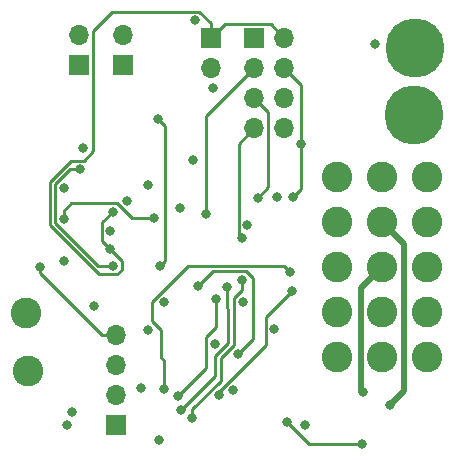
<source format=gbl>
%TF.GenerationSoftware,KiCad,Pcbnew,(5.1.6-0-10_14)*%
%TF.CreationDate,2022-07-06T22:32:54-05:00*%
%TF.ProjectId,small_led_driver_v2,736d616c-6c5f-46c6-9564-5f6472697665,rev?*%
%TF.SameCoordinates,Original*%
%TF.FileFunction,Copper,L4,Bot*%
%TF.FilePolarity,Positive*%
%FSLAX46Y46*%
G04 Gerber Fmt 4.6, Leading zero omitted, Abs format (unit mm)*
G04 Created by KiCad (PCBNEW (5.1.6-0-10_14)) date 2022-07-06 22:32:54*
%MOMM*%
%LPD*%
G01*
G04 APERTURE LIST*
%TA.AperFunction,ComponentPad*%
%ADD10C,2.600000*%
%TD*%
%TA.AperFunction,ComponentPad*%
%ADD11O,1.700000X1.700000*%
%TD*%
%TA.AperFunction,ComponentPad*%
%ADD12R,1.700000X1.700000*%
%TD*%
%TA.AperFunction,ComponentPad*%
%ADD13C,5.000000*%
%TD*%
%TA.AperFunction,ViaPad*%
%ADD14C,0.800000*%
%TD*%
%TA.AperFunction,Conductor*%
%ADD15C,0.250000*%
%TD*%
%TA.AperFunction,Conductor*%
%ADD16C,0.500000*%
%TD*%
G04 APERTURE END LIST*
D10*
%TO.P,J13,1*%
%TO.N,/TIM1_CH1_SHIFT*%
X119806900Y-99585200D03*
%TD*%
%TO.P,J17,1*%
%TO.N,/TIM1_CH2_SHIFT*%
X119806900Y-107205200D03*
%TD*%
%TO.P,J19,1*%
%TO.N,/TIM1_CH3_SHIFT*%
X119806900Y-103395200D03*
%TD*%
%TO.P,J22,1*%
%TO.N,/TIM15_CH1_SHIFT*%
X119806900Y-95775200D03*
%TD*%
%TO.P,J23,1*%
%TO.N,/TIM16_CH1_SHIFT*%
X119806900Y-91965200D03*
%TD*%
D11*
%TO.P,J3,4*%
%TO.N,/WKUP2*%
X97309280Y-105287704D03*
%TO.P,J3,3*%
%TO.N,/WKUP1*%
X97309280Y-107827704D03*
%TO.P,J3,2*%
%TO.N,/WKUP4*%
X97309280Y-110367704D03*
D12*
%TO.P,J3,1*%
%TO.N,/WKUP3*%
X97309280Y-112907704D03*
%TD*%
D13*
%TO.P,J20,1*%
%TO.N,+5V*%
X122555000Y-80987900D03*
%TD*%
%TO.P,J21,1*%
%TO.N,GND1*%
X122491500Y-86702900D03*
%TD*%
D12*
%TO.P,SW1,1*%
%TO.N,/NRST*%
X105300780Y-80149700D03*
D11*
%TO.P,SW1,2*%
%TO.N,GND1*%
X105300780Y-82689700D03*
%TD*%
D12*
%TO.P,J18,1*%
%TO.N,GND1*%
X109004100Y-80149700D03*
D11*
%TO.P,J18,2*%
%TO.N,/NRST*%
X111544100Y-80149700D03*
%TO.P,J18,3*%
%TO.N,/NJTRST*%
X109004100Y-82689700D03*
%TO.P,J18,4*%
%TO.N,/JTDO*%
X111544100Y-82689700D03*
%TO.P,J18,5*%
%TO.N,/JTDI*%
X109004100Y-85229700D03*
%TO.P,J18,6*%
%TO.N,/SWCLK*%
X111544100Y-85229700D03*
%TO.P,J18,7*%
%TO.N,/SWDIO*%
X109004100Y-87769700D03*
%TO.P,J18,8*%
%TO.N,+3V3*%
X111544100Y-87769700D03*
%TD*%
%TO.P,J14,2*%
%TO.N,+5V*%
X97840800Y-79908400D03*
D12*
%TO.P,J14,1*%
%TO.N,Net-(J14-Pad1)*%
X97840800Y-82448400D03*
%TD*%
%TO.P,J16,1*%
%TO.N,Net-(J16-Pad1)*%
X94157800Y-82448400D03*
D11*
%TO.P,J16,2*%
%TO.N,+5V*%
X94157800Y-79908400D03*
%TD*%
D10*
%TO.P,J1,1*%
%TO.N,+3V3*%
X89865200Y-108343700D03*
%TD*%
%TO.P,J2,1*%
%TO.N,GND1*%
X89674700Y-103479600D03*
%TD*%
%TO.P,J4,1*%
%TO.N,GND1*%
X123616900Y-91965200D03*
%TD*%
%TO.P,J5,1*%
%TO.N,+5V*%
X115996900Y-95775200D03*
%TD*%
%TO.P,J6,1*%
%TO.N,+5V*%
X115996900Y-107205200D03*
%TD*%
%TO.P,J7,1*%
%TO.N,+5V*%
X115996900Y-99585200D03*
%TD*%
%TO.P,J8,1*%
%TO.N,+5V*%
X115996900Y-91965200D03*
%TD*%
%TO.P,J9,1*%
%TO.N,GND1*%
X123616900Y-103395200D03*
%TD*%
%TO.P,J10,1*%
%TO.N,GND1*%
X123616900Y-95775200D03*
%TD*%
%TO.P,J11,1*%
%TO.N,GND1*%
X123616900Y-107205200D03*
%TD*%
%TO.P,J12,1*%
%TO.N,GND1*%
X123616900Y-99585200D03*
%TD*%
%TO.P,J15,1*%
%TO.N,+5V*%
X115996900Y-103395200D03*
%TD*%
D14*
%TO.N,GND1*%
X108380000Y-96010000D03*
X96810000Y-96530000D03*
X92865000Y-92875000D03*
X101380000Y-102540000D03*
X95415100Y-102882700D03*
X99360000Y-109830000D03*
X102679500Y-94551500D03*
X105630000Y-106100000D03*
X110890000Y-93660000D03*
X100880000Y-114220000D03*
X107990000Y-102520000D03*
X119180000Y-80670000D03*
X110680000Y-104800000D03*
X103974900Y-78689200D03*
X94468950Y-89477850D03*
X92900500Y-99098100D03*
X113284000Y-112903000D03*
X93116400Y-112941100D03*
%TO.N,+3V3*%
X98225000Y-93965000D03*
X103780000Y-90500000D03*
X100010000Y-104890000D03*
X99960000Y-92590000D03*
X107218480Y-110004860D03*
X105483660Y-84409280D03*
X93543210Y-111853890D03*
%TO.N,/NRST*%
X96730000Y-98010000D03*
X96992440Y-94891860D03*
%TO.N,+5V*%
X111721900Y-112661700D03*
X118122700Y-114579400D03*
%TO.N,/WKUP2*%
X100505999Y-95455001D03*
X92837000Y-95491300D03*
X90855800Y-99529900D03*
%TO.N,/LED_OUT_2*%
X101013298Y-99453700D03*
X100825300Y-87058500D03*
%TO.N,/LED_OUT_1*%
X94208600Y-91287600D03*
X97053400Y-99466400D03*
%TO.N,/TIM15_CH1_SHIFT*%
X120512840Y-111236760D03*
%TO.N,/TIM1_CH1_SHIFT*%
X118201440Y-110131860D03*
%TO.N,/JTDI*%
X109270800Y-93738700D03*
%TO.N,/SWDIO*%
X107937300Y-97116900D03*
%TO.N,/JTDO*%
X112979200Y-89126060D03*
X112280700Y-93675200D03*
%TO.N,/NJTRST*%
X104900000Y-95100000D03*
%TO.N,/TIM16_CH1*%
X104200000Y-101160000D03*
X107630000Y-106920000D03*
%TO.N,/TIM15_CH1*%
X106019600Y-110375700D03*
X112153700Y-101574600D03*
%TO.N,/TIM1_CH1*%
X103720900Y-112318800D03*
X107950000Y-100630000D03*
%TO.N,/TIM1_CH2*%
X102773183Y-111683800D03*
X106654600Y-101231700D03*
%TO.N,/TIM1_CH3*%
X102565200Y-110490000D03*
X105727500Y-102260400D03*
%TO.N,/LVL_EN*%
X101340000Y-109920000D03*
X111969900Y-99955000D03*
%TD*%
D15*
%TO.N,/NRST*%
X96084999Y-95799301D02*
X96992440Y-94891860D01*
X96084999Y-97364999D02*
X96084999Y-95799301D01*
X96730000Y-98010000D02*
X96084999Y-97364999D01*
X110369099Y-78974699D02*
X111544100Y-80149700D01*
X106475781Y-78974699D02*
X110369099Y-78974699D01*
X105300780Y-80149700D02*
X106475781Y-78974699D01*
X105300780Y-78942078D02*
X104322901Y-77964199D01*
X105300780Y-80149700D02*
X105300780Y-78942078D01*
X97778401Y-99058401D02*
X96730000Y-98010000D01*
X97778401Y-99814401D02*
X97778401Y-99058401D01*
X97401401Y-100191401D02*
X97778401Y-99814401D01*
X91661989Y-92368599D02*
X91661990Y-96025702D01*
X93467989Y-90562599D02*
X91661989Y-92368599D01*
X91661990Y-96025702D02*
X95827689Y-100191401D01*
X94556601Y-90562599D02*
X93467989Y-90562599D01*
X95332801Y-89786399D02*
X94556601Y-90562599D01*
X95332801Y-79584299D02*
X95332801Y-89786399D01*
X96952901Y-77964199D02*
X95332801Y-79584299D01*
X95827689Y-100191401D02*
X97401401Y-100191401D01*
X104322901Y-77964199D02*
X96952901Y-77964199D01*
%TO.N,+5V*%
X111721900Y-112661700D02*
X113639600Y-114579400D01*
X113639600Y-114579400D02*
X118122700Y-114579400D01*
%TO.N,/WKUP2*%
X97353857Y-94166859D02*
X98641999Y-95455001D01*
X93564541Y-94166859D02*
X97353857Y-94166859D01*
X93564541Y-94166859D02*
X93501041Y-94166859D01*
X92837000Y-94830900D02*
X93501041Y-94166859D01*
X98641999Y-95455001D02*
X100505999Y-95455001D01*
X92837000Y-95491300D02*
X92837000Y-94830900D01*
X96107199Y-105287704D02*
X90855800Y-100036305D01*
X97309280Y-105287704D02*
X96107199Y-105287704D01*
X90855800Y-100036305D02*
X90855800Y-99529900D01*
X90855800Y-99529900D02*
X90855800Y-99529900D01*
%TO.N,/LED_OUT_2*%
X101413297Y-99053701D02*
X101413297Y-87646497D01*
X101013298Y-99453700D02*
X101413297Y-99053701D01*
X101413297Y-87646497D02*
X100825300Y-87058500D01*
%TO.N,/LED_OUT_1*%
X95739098Y-99466400D02*
X97053400Y-99466400D01*
X92111999Y-95839301D02*
X95739098Y-99466400D01*
X93379398Y-91287600D02*
X94208600Y-91287600D01*
X92111999Y-92554999D02*
X93379398Y-91287600D01*
X92111999Y-92673001D02*
X92111999Y-95839301D01*
X92111999Y-92673001D02*
X92111999Y-92554999D01*
D16*
%TO.N,/TIM15_CH1_SHIFT*%
X120512840Y-111236760D02*
X121676160Y-110073440D01*
X121676160Y-97644460D02*
X119806900Y-95775200D01*
X121676160Y-110073440D02*
X121676160Y-97644460D01*
%TO.N,/TIM1_CH1_SHIFT*%
X118056899Y-101335201D02*
X119806900Y-99585200D01*
X118056899Y-109987319D02*
X118056899Y-101335201D01*
X118201440Y-110131860D02*
X118056899Y-109987319D01*
D15*
%TO.N,/JTDI*%
X110179101Y-92830399D02*
X110179101Y-86404701D01*
X109270800Y-93738700D02*
X110179101Y-92830399D01*
X110179101Y-86404701D02*
X109004100Y-85229700D01*
%TO.N,/SWDIO*%
X107654999Y-89118801D02*
X107654999Y-96834599D01*
X107654999Y-96834599D02*
X107937300Y-97116900D01*
X107937300Y-97116900D02*
X107988100Y-97167700D01*
X109004100Y-87769700D02*
X107654999Y-89118801D01*
%TO.N,/JTDO*%
X112979200Y-84124800D02*
X111544100Y-82689700D01*
X112979200Y-89126060D02*
X112979200Y-84124800D01*
X112979200Y-89126060D02*
X112979200Y-92976700D01*
X112979200Y-92976700D02*
X112280700Y-93675200D01*
%TO.N,/NJTRST*%
X104900000Y-95100000D02*
X104900000Y-95190000D01*
X104900000Y-86793800D02*
X109004100Y-82689700D01*
X104900000Y-95100000D02*
X104900000Y-86793800D01*
%TO.N,/TIM16_CH1*%
X108860000Y-105690000D02*
X107630000Y-106920000D01*
X108298001Y-99904999D02*
X108860000Y-100466998D01*
X108860000Y-100466998D02*
X108860000Y-105690000D01*
X105455001Y-99904999D02*
X108298001Y-99904999D01*
X104200000Y-101160000D02*
X105455001Y-99904999D01*
%TO.N,/TIM15_CH1*%
X109954999Y-106195339D02*
X109954999Y-103773301D01*
X106019600Y-110130738D02*
X109954999Y-106195339D01*
X106019600Y-110375700D02*
X106019600Y-110130738D01*
X109954999Y-103773301D02*
X112153700Y-101574600D01*
X112153700Y-101574600D02*
X112217200Y-101511100D01*
%TO.N,/TIM1_CH1*%
X107264999Y-102171999D02*
X107264999Y-102868001D01*
X107950000Y-101486998D02*
X107264999Y-102171999D01*
X107950000Y-100630000D02*
X107950000Y-101486998D01*
X107264999Y-102868001D02*
X107280000Y-102883002D01*
X107280000Y-102883002D02*
X107280000Y-106140000D01*
X103720900Y-111601398D02*
X106140398Y-109181900D01*
X103720900Y-112318800D02*
X103720900Y-111601398D01*
X106140398Y-107279602D02*
X106748100Y-106671900D01*
X106140398Y-109181900D02*
X106140398Y-107279602D01*
X106748100Y-106671900D02*
X106630000Y-106790000D01*
X107280000Y-106140000D02*
X106748100Y-106671900D01*
%TO.N,/TIM1_CH2*%
X102773183Y-111683800D02*
X105690388Y-108766595D01*
X105690389Y-107093201D02*
X106781600Y-106001990D01*
X105690388Y-108766595D02*
X105690389Y-107093201D01*
X106781600Y-103162100D02*
X106654600Y-103035100D01*
X106781600Y-106001990D02*
X106781600Y-103162100D01*
X106654600Y-103035100D02*
X106654600Y-101231700D01*
%TO.N,/TIM1_CH3*%
X102565200Y-110490000D02*
X104940100Y-108115100D01*
X104904999Y-106448001D02*
X104904999Y-105470501D01*
X104940100Y-106483102D02*
X104904999Y-106448001D01*
X104940100Y-108115100D02*
X104940100Y-106483102D01*
X105727500Y-104648000D02*
X105727500Y-102260400D01*
X104904999Y-105470501D02*
X105727500Y-104648000D01*
%TO.N,/LVL_EN*%
X101095000Y-104901998D02*
X100358001Y-104164999D01*
X101095000Y-107235000D02*
X101095000Y-104901998D01*
X101340000Y-107480000D02*
X101095000Y-107235000D01*
X101340000Y-109920000D02*
X101340000Y-107480000D01*
X111469889Y-99454989D02*
X111969900Y-99955000D01*
X103392009Y-99454989D02*
X111469889Y-99454989D01*
X100358001Y-102488997D02*
X103392009Y-99454989D01*
X100358001Y-104164999D02*
X100358001Y-102488997D01*
%TD*%
M02*

</source>
